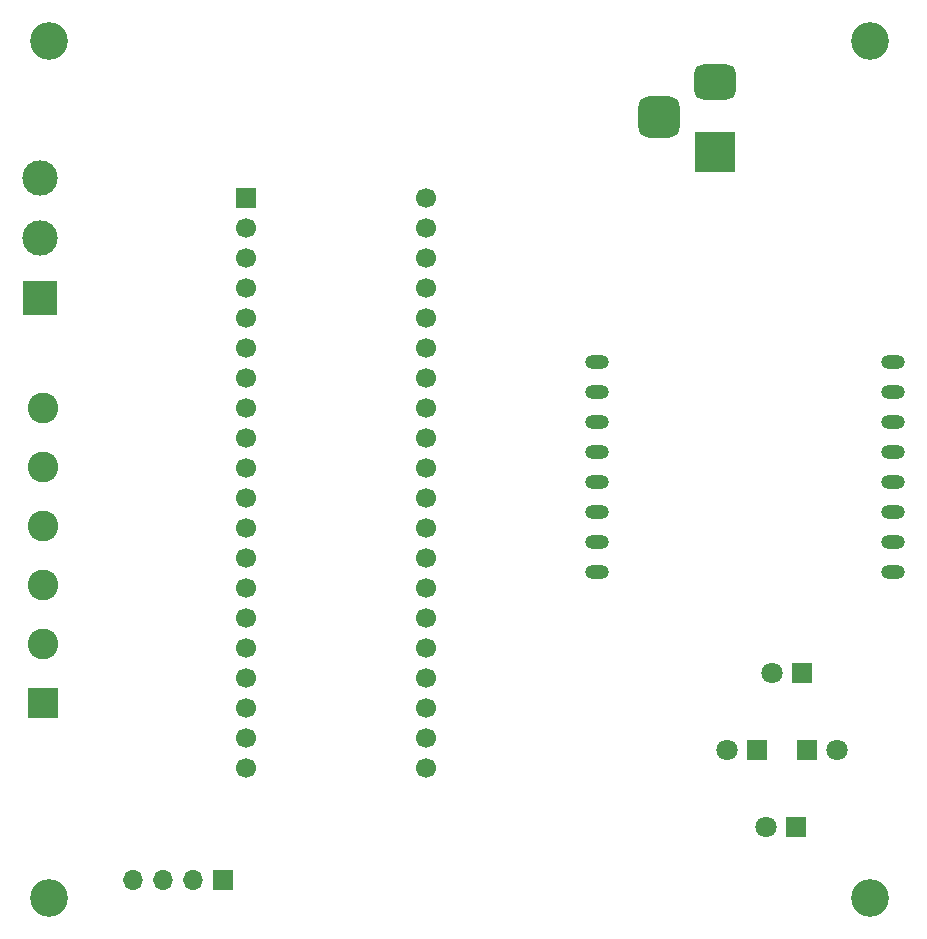
<source format=gbs>
G04 #@! TF.GenerationSoftware,KiCad,Pcbnew,8.0.4*
G04 #@! TF.CreationDate,2024-07-20T21:58:40+05:30*
G04 #@! TF.ProjectId,OTAPS,4f544150-532e-46b6-9963-61645f706362,1*
G04 #@! TF.SameCoordinates,Original*
G04 #@! TF.FileFunction,Soldermask,Bot*
G04 #@! TF.FilePolarity,Negative*
%FSLAX46Y46*%
G04 Gerber Fmt 4.6, Leading zero omitted, Abs format (unit mm)*
G04 Created by KiCad (PCBNEW 8.0.4) date 2024-07-20 21:58:40*
%MOMM*%
%LPD*%
G01*
G04 APERTURE LIST*
G04 Aperture macros list*
%AMRoundRect*
0 Rectangle with rounded corners*
0 $1 Rounding radius*
0 $2 $3 $4 $5 $6 $7 $8 $9 X,Y pos of 4 corners*
0 Add a 4 corners polygon primitive as box body*
4,1,4,$2,$3,$4,$5,$6,$7,$8,$9,$2,$3,0*
0 Add four circle primitives for the rounded corners*
1,1,$1+$1,$2,$3*
1,1,$1+$1,$4,$5*
1,1,$1+$1,$6,$7*
1,1,$1+$1,$8,$9*
0 Add four rect primitives between the rounded corners*
20,1,$1+$1,$2,$3,$4,$5,0*
20,1,$1+$1,$4,$5,$6,$7,0*
20,1,$1+$1,$6,$7,$8,$9,0*
20,1,$1+$1,$8,$9,$2,$3,0*%
G04 Aperture macros list end*
%ADD10R,2.600000X2.600000*%
%ADD11C,2.600000*%
%ADD12C,3.200000*%
%ADD13R,1.800000X1.800000*%
%ADD14C,1.800000*%
%ADD15R,1.700000X1.700000*%
%ADD16O,1.700000X1.700000*%
%ADD17R,3.500000X3.500000*%
%ADD18RoundRect,0.750000X-1.000000X0.750000X-1.000000X-0.750000X1.000000X-0.750000X1.000000X0.750000X0*%
%ADD19RoundRect,0.875000X-0.875000X0.875000X-0.875000X-0.875000X0.875000X-0.875000X0.875000X0.875000X0*%
%ADD20R,3.000000X3.000000*%
%ADD21C,3.000000*%
%ADD22O,2.000000X1.200000*%
%ADD23C,1.700000*%
G04 APERTURE END LIST*
D10*
X115055000Y-112000000D03*
D11*
X115055000Y-107000000D03*
X115055000Y-102000000D03*
X115055000Y-97000000D03*
X115055000Y-92000000D03*
X115055000Y-87000000D03*
D12*
X185000000Y-128500000D03*
X115500000Y-128500000D03*
X185000000Y-56000000D03*
X115500000Y-56000000D03*
D13*
X178775000Y-122500000D03*
D14*
X176235000Y-122500000D03*
D13*
X175500000Y-116000000D03*
D14*
X172960000Y-116000000D03*
D15*
X130300000Y-127025000D03*
D16*
X127760000Y-127025000D03*
X125220000Y-127025000D03*
X122680000Y-127025000D03*
D17*
X171900000Y-65400000D03*
D18*
X171900000Y-59400000D03*
D19*
X167200000Y-62400000D03*
D13*
X179725000Y-116000000D03*
D14*
X182265000Y-116000000D03*
D20*
X114750000Y-77750000D03*
D21*
X114750000Y-72670000D03*
X114750000Y-67590000D03*
D13*
X179275000Y-109500000D03*
D14*
X176735000Y-109500000D03*
D22*
X161900000Y-83110000D03*
X161900000Y-85650000D03*
X161900000Y-88190000D03*
X161900000Y-90730000D03*
X161900000Y-93270000D03*
X161900000Y-95810000D03*
X161900000Y-98350000D03*
X161900000Y-100890000D03*
X187000000Y-100890000D03*
X187000000Y-98350000D03*
X187000000Y-95810000D03*
X187000000Y-93270000D03*
X187000000Y-90730000D03*
X187000000Y-88190000D03*
X187000000Y-85650000D03*
X187000000Y-83110000D03*
D15*
X132250000Y-69260000D03*
D23*
X132250000Y-71800000D03*
X132250000Y-74340000D03*
X132250000Y-76880000D03*
X132250000Y-79420000D03*
X132250000Y-81960000D03*
X132250000Y-84500000D03*
X132250000Y-87040000D03*
X132250000Y-89580000D03*
X132250000Y-92120000D03*
X132250000Y-94660000D03*
X132250000Y-97200000D03*
X132250000Y-99740000D03*
X132250000Y-102280000D03*
X132250000Y-104820000D03*
X132250000Y-107360000D03*
X132250000Y-109900000D03*
X132250000Y-112440000D03*
X132250000Y-114980000D03*
X132250000Y-117520000D03*
X147490000Y-117520000D03*
X147490000Y-114980000D03*
X147490000Y-112440000D03*
X147490000Y-109900000D03*
X147490000Y-107360000D03*
X147490000Y-104820000D03*
X147490000Y-102280000D03*
X147490000Y-99740000D03*
X147490000Y-97200000D03*
X147490000Y-94660000D03*
X147490000Y-92120000D03*
X147490000Y-89580000D03*
X147490000Y-87040000D03*
X147490000Y-84500000D03*
X147490000Y-81960000D03*
X147490000Y-79420000D03*
X147490000Y-76880000D03*
X147490000Y-74340000D03*
X147490000Y-71800000D03*
X147490000Y-69260000D03*
M02*

</source>
